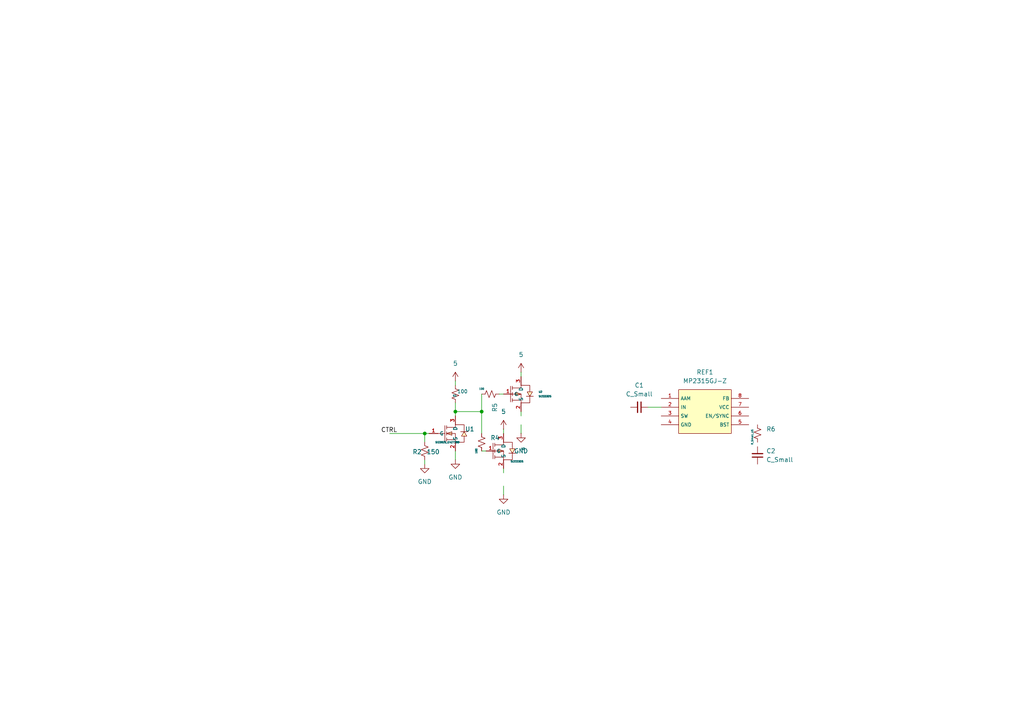
<source format=kicad_sch>
(kicad_sch
	(version 20250114)
	(generator "eeschema")
	(generator_version "9.0")
	(uuid "1d84d34e-45ac-4074-9bd0-716e4c51e29c")
	(paper "A4")
	(lib_symbols
		(symbol "Device:C_Small"
			(pin_numbers
				(hide yes)
			)
			(pin_names
				(offset 0.254)
				(hide yes)
			)
			(exclude_from_sim no)
			(in_bom yes)
			(on_board yes)
			(property "Reference" "C"
				(at 0.254 1.778 0)
				(effects
					(font
						(size 1.27 1.27)
					)
					(justify left)
				)
			)
			(property "Value" "C_Small"
				(at 0.254 -2.032 0)
				(effects
					(font
						(size 1.27 1.27)
					)
					(justify left)
				)
			)
			(property "Footprint" ""
				(at 0 0 0)
				(effects
					(font
						(size 1.27 1.27)
					)
					(hide yes)
				)
			)
			(property "Datasheet" "~"
				(at 0 0 0)
				(effects
					(font
						(size 1.27 1.27)
					)
					(hide yes)
				)
			)
			(property "Description" "Unpolarized capacitor, small symbol"
				(at 0 0 0)
				(effects
					(font
						(size 1.27 1.27)
					)
					(hide yes)
				)
			)
			(property "ki_keywords" "capacitor cap"
				(at 0 0 0)
				(effects
					(font
						(size 1.27 1.27)
					)
					(hide yes)
				)
			)
			(property "ki_fp_filters" "C_*"
				(at 0 0 0)
				(effects
					(font
						(size 1.27 1.27)
					)
					(hide yes)
				)
			)
			(symbol "C_Small_0_1"
				(polyline
					(pts
						(xy -1.524 0.508) (xy 1.524 0.508)
					)
					(stroke
						(width 0.3048)
						(type default)
					)
					(fill
						(type none)
					)
				)
				(polyline
					(pts
						(xy -1.524 -0.508) (xy 1.524 -0.508)
					)
					(stroke
						(width 0.3302)
						(type default)
					)
					(fill
						(type none)
					)
				)
			)
			(symbol "C_Small_1_1"
				(pin passive line
					(at 0 2.54 270)
					(length 2.032)
					(name "~"
						(effects
							(font
								(size 1.27 1.27)
							)
						)
					)
					(number "1"
						(effects
							(font
								(size 1.27 1.27)
							)
						)
					)
				)
				(pin passive line
					(at 0 -2.54 90)
					(length 2.032)
					(name "~"
						(effects
							(font
								(size 1.27 1.27)
							)
						)
					)
					(number "2"
						(effects
							(font
								(size 1.27 1.27)
							)
						)
					)
				)
			)
			(embedded_fonts no)
		)
		(symbol "Device:R_Small_US"
			(pin_numbers
				(hide yes)
			)
			(pin_names
				(offset 0.254)
				(hide yes)
			)
			(exclude_from_sim no)
			(in_bom yes)
			(on_board yes)
			(property "Reference" "R"
				(at 0.762 0.508 0)
				(effects
					(font
						(size 1.27 1.27)
					)
					(justify left)
				)
			)
			(property "Value" "R_Small_US"
				(at 0.762 -1.016 0)
				(effects
					(font
						(size 1.27 1.27)
					)
					(justify left)
				)
			)
			(property "Footprint" ""
				(at 0 0 0)
				(effects
					(font
						(size 1.27 1.27)
					)
					(hide yes)
				)
			)
			(property "Datasheet" "~"
				(at 0 0 0)
				(effects
					(font
						(size 1.27 1.27)
					)
					(hide yes)
				)
			)
			(property "Description" "Resistor, small US symbol"
				(at 0 0 0)
				(effects
					(font
						(size 1.27 1.27)
					)
					(hide yes)
				)
			)
			(property "ki_keywords" "r resistor"
				(at 0 0 0)
				(effects
					(font
						(size 1.27 1.27)
					)
					(hide yes)
				)
			)
			(property "ki_fp_filters" "R_*"
				(at 0 0 0)
				(effects
					(font
						(size 1.27 1.27)
					)
					(hide yes)
				)
			)
			(symbol "R_Small_US_1_1"
				(polyline
					(pts
						(xy 0 1.524) (xy 1.016 1.143) (xy 0 0.762) (xy -1.016 0.381) (xy 0 0)
					)
					(stroke
						(width 0)
						(type default)
					)
					(fill
						(type none)
					)
				)
				(polyline
					(pts
						(xy 0 0) (xy 1.016 -0.381) (xy 0 -0.762) (xy -1.016 -1.143) (xy 0 -1.524)
					)
					(stroke
						(width 0)
						(type default)
					)
					(fill
						(type none)
					)
				)
				(pin passive line
					(at 0 2.54 270)
					(length 1.016)
					(name "~"
						(effects
							(font
								(size 1.27 1.27)
							)
						)
					)
					(number "1"
						(effects
							(font
								(size 1.27 1.27)
							)
						)
					)
				)
				(pin passive line
					(at 0 -2.54 90)
					(length 1.016)
					(name "~"
						(effects
							(font
								(size 1.27 1.27)
							)
						)
					)
					(number "2"
						(effects
							(font
								(size 1.27 1.27)
							)
						)
					)
				)
			)
			(embedded_fonts no)
		)
		(symbol "MP2315GJ-Z:MP2315GJ-Z"
			(exclude_from_sim no)
			(in_bom yes)
			(on_board yes)
			(property "Reference" "REF"
				(at 0 1.27 0)
				(effects
					(font
						(size 1.27 1.27)
					)
				)
			)
			(property "Value" "MP2315GJ-Z"
				(at 0 -2.54 0)
				(effects
					(font
						(size 1.27 1.27)
					)
				)
			)
			(property "Footprint" "footprint:TSOT-23-8_L2.9-W1.6-P0.65-LS2.8-BR"
				(at 0 -10.16 0)
				(effects
					(font
						(size 1.27 1.27)
						(italic yes)
					)
					(hide yes)
				)
			)
			(property "Datasheet" "https://item.szlcsc.com/98259.html"
				(at -2.286 0.127 0)
				(effects
					(font
						(size 1.27 1.27)
					)
					(justify left)
					(hide yes)
				)
			)
			(property "Description" ""
				(at 0 0 0)
				(effects
					(font
						(size 1.27 1.27)
					)
					(hide yes)
				)
			)
			(property "LCSC" "C45889"
				(at 0 0 0)
				(effects
					(font
						(size 1.27 1.27)
					)
					(hide yes)
				)
			)
			(property "ki_keywords" "C45889"
				(at 0 0 0)
				(effects
					(font
						(size 1.27 1.27)
					)
					(hide yes)
				)
			)
			(symbol "MP2315GJ-Z_0_1"
				(rectangle
					(start -7.62 6.35)
					(end 7.62 -6.35)
					(stroke
						(width 0)
						(type default)
					)
					(fill
						(type background)
					)
				)
				(pin unspecified line
					(at -12.7 3.81 0)
					(length 5.08)
					(name "AAM"
						(effects
							(font
								(size 1 1)
							)
						)
					)
					(number "1"
						(effects
							(font
								(size 1 1)
							)
						)
					)
				)
				(pin unspecified line
					(at -12.7 1.27 0)
					(length 5.08)
					(name "IN"
						(effects
							(font
								(size 1 1)
							)
						)
					)
					(number "2"
						(effects
							(font
								(size 1 1)
							)
						)
					)
				)
				(pin unspecified line
					(at -12.7 -1.27 0)
					(length 5.08)
					(name "SW"
						(effects
							(font
								(size 1 1)
							)
						)
					)
					(number "3"
						(effects
							(font
								(size 1 1)
							)
						)
					)
				)
				(pin unspecified line
					(at -12.7 -3.81 0)
					(length 5.08)
					(name "GND"
						(effects
							(font
								(size 1 1)
							)
						)
					)
					(number "4"
						(effects
							(font
								(size 1 1)
							)
						)
					)
				)
				(pin unspecified line
					(at 12.7 3.81 180)
					(length 5.08)
					(name "FB"
						(effects
							(font
								(size 1 1)
							)
						)
					)
					(number "8"
						(effects
							(font
								(size 1 1)
							)
						)
					)
				)
				(pin unspecified line
					(at 12.7 1.27 180)
					(length 5.08)
					(name "VCC"
						(effects
							(font
								(size 1 1)
							)
						)
					)
					(number "7"
						(effects
							(font
								(size 1 1)
							)
						)
					)
				)
				(pin unspecified line
					(at 12.7 -1.27 180)
					(length 5.08)
					(name "EN/SYNC"
						(effects
							(font
								(size 1 1)
							)
						)
					)
					(number "6"
						(effects
							(font
								(size 1 1)
							)
						)
					)
				)
				(pin unspecified line
					(at 12.7 -3.81 180)
					(length 5.08)
					(name "BST"
						(effects
							(font
								(size 1 1)
							)
						)
					)
					(number "5"
						(effects
							(font
								(size 1 1)
							)
						)
					)
				)
			)
			(embedded_fonts no)
		)
		(symbol "SI2302S_C427388:SI2302S_C427388"
			(exclude_from_sim no)
			(in_bom yes)
			(on_board yes)
			(property "Reference" "U"
				(at 0 1.27 0)
				(effects
					(font
						(size 1.27 1.27)
					)
				)
			)
			(property "Value" "SI2302S_C427388"
				(at 0 -2.54 0)
				(effects
					(font
						(size 1.27 1.27)
					)
				)
			)
			(property "Footprint" "footprint:SOT-23-3_L2.9-W1.3-P1.90-LS2.4-BR"
				(at 0 -10.16 0)
				(effects
					(font
						(size 1.27 1.27)
						(italic yes)
					)
					(hide yes)
				)
			)
			(property "Datasheet" "https://www.diodes.com/assets/Package-Files/SOT23.pdf"
				(at -2.286 0.127 0)
				(effects
					(font
						(size 1.27 1.27)
					)
					(justify left)
					(hide yes)
				)
			)
			(property "Description" ""
				(at 0 0 0)
				(effects
					(font
						(size 1.27 1.27)
					)
					(hide yes)
				)
			)
			(property "LCSC" "C427388"
				(at 0 0 0)
				(effects
					(font
						(size 1.27 1.27)
					)
					(hide yes)
				)
			)
			(property "ki_keywords" "C427388"
				(at 0 0 0)
				(effects
					(font
						(size 1.27 1.27)
					)
					(hide yes)
				)
			)
			(symbol "SI2302S_C427388_0_1"
				(polyline
					(pts
						(xy -2.54 0) (xy -0.508 0)
					)
					(stroke
						(width 0)
						(type default)
					)
					(fill
						(type none)
					)
				)
				(polyline
					(pts
						(xy -0.508 2.286) (xy -0.508 -2.286)
					)
					(stroke
						(width 0)
						(type default)
					)
					(fill
						(type none)
					)
				)
				(polyline
					(pts
						(xy 0 2.286) (xy 0 1.27)
					)
					(stroke
						(width 0)
						(type default)
					)
					(fill
						(type none)
					)
				)
				(polyline
					(pts
						(xy 0 1.778) (xy 2.54 1.778) (xy 2.54 2.54) (xy 5.08 2.54) (xy 5.08 0.508)
					)
					(stroke
						(width 0)
						(type default)
					)
					(fill
						(type none)
					)
				)
				(polyline
					(pts
						(xy 0 0) (xy 1.524 -0.508) (xy 1.524 0.508) (xy 0 0)
					)
					(stroke
						(width 0)
						(type default)
					)
					(fill
						(type background)
					)
				)
				(polyline
					(pts
						(xy 0 0) (xy 2.54 0) (xy 2.54 -2.54) (xy 5.08 -2.54) (xy 5.08 -0.762)
					)
					(stroke
						(width 0)
						(type default)
					)
					(fill
						(type none)
					)
				)
				(polyline
					(pts
						(xy 0 -0.508) (xy 0 0.508)
					)
					(stroke
						(width 0)
						(type default)
					)
					(fill
						(type none)
					)
				)
				(polyline
					(pts
						(xy 0 -2.286) (xy 0 -1.27)
					)
					(stroke
						(width 0)
						(type default)
					)
					(fill
						(type none)
					)
				)
				(polyline
					(pts
						(xy 2.54 -1.778) (xy 0 -1.778)
					)
					(stroke
						(width 0)
						(type default)
					)
					(fill
						(type none)
					)
				)
				(polyline
					(pts
						(xy 5.08 0.508) (xy 4.318 -0.762) (xy 5.842 -0.762) (xy 5.08 0.508)
					)
					(stroke
						(width 0)
						(type default)
					)
					(fill
						(type background)
					)
				)
				(polyline
					(pts
						(xy 6.096 0.508) (xy 5.588 0.508) (xy 4.572 0.508) (xy 4.064 0.508)
					)
					(stroke
						(width 0)
						(type default)
					)
					(fill
						(type none)
					)
				)
				(pin unspecified line
					(at -5.08 0 0)
					(length 2.54)
					(name "G"
						(effects
							(font
								(size 1 1)
							)
						)
					)
					(number "1"
						(effects
							(font
								(size 1 1)
							)
						)
					)
				)
				(pin unspecified line
					(at 2.54 5.08 270)
					(length 2.54)
					(name "D"
						(effects
							(font
								(size 1 1)
							)
						)
					)
					(number "3"
						(effects
							(font
								(size 1 1)
							)
						)
					)
				)
				(pin unspecified line
					(at 2.54 -5.08 90)
					(length 2.54)
					(name "S"
						(effects
							(font
								(size 1 1)
							)
						)
					)
					(number "2"
						(effects
							(font
								(size 1 1)
							)
						)
					)
				)
			)
			(embedded_fonts no)
		)
		(symbol "SI2333DS:SI2333DS"
			(exclude_from_sim no)
			(in_bom yes)
			(on_board yes)
			(property "Reference" "U"
				(at 0 1.27 0)
				(effects
					(font
						(size 1.27 1.27)
					)
				)
			)
			(property "Value" "SI2333DS"
				(at 0 -2.54 0)
				(effects
					(font
						(size 1.27 1.27)
					)
				)
			)
			(property "Footprint" "footprint:SOT-23-3_L2.9-W1.6-P1.90-LS2.8-BR"
				(at 0 -10.16 0)
				(effects
					(font
						(size 1.27 1.27)
						(italic yes)
					)
					(hide yes)
				)
			)
			(property "Datasheet" "https://item.szlcsc.com/14454.html"
				(at -2.286 0.127 0)
				(effects
					(font
						(size 1.27 1.27)
					)
					(justify left)
					(hide yes)
				)
			)
			(property "Description" ""
				(at 0 0 0)
				(effects
					(font
						(size 1.27 1.27)
					)
					(hide yes)
				)
			)
			(property "LCSC" "C5122042"
				(at 0 0 0)
				(effects
					(font
						(size 1.27 1.27)
					)
					(hide yes)
				)
			)
			(property "ki_keywords" "C5122042"
				(at 0 0 0)
				(effects
					(font
						(size 1.27 1.27)
					)
					(hide yes)
				)
			)
			(symbol "SI2333DS_0_1"
				(polyline
					(pts
						(xy -3.048 2.286) (xy -3.048 -2.286)
					)
					(stroke
						(width 0)
						(type default)
					)
					(fill
						(type none)
					)
				)
				(polyline
					(pts
						(xy -2.54 2.286) (xy -2.54 1.27)
					)
					(stroke
						(width 0)
						(type default)
					)
					(fill
						(type none)
					)
				)
				(polyline
					(pts
						(xy -2.54 1.778) (xy 0 1.778) (xy 0 2.54) (xy 2.54 2.54) (xy 2.54 0.762)
					)
					(stroke
						(width 0)
						(type default)
					)
					(fill
						(type none)
					)
				)
				(polyline
					(pts
						(xy -2.54 0) (xy 0 0) (xy 0 -2.54) (xy 2.54 -2.54) (xy 2.54 -0.762)
					)
					(stroke
						(width 0)
						(type default)
					)
					(fill
						(type none)
					)
				)
				(polyline
					(pts
						(xy -2.54 -0.508) (xy -2.54 0.508)
					)
					(stroke
						(width 0)
						(type default)
					)
					(fill
						(type none)
					)
				)
				(polyline
					(pts
						(xy -2.54 -2.286) (xy -2.54 -1.27)
					)
					(stroke
						(width 0)
						(type default)
					)
					(fill
						(type none)
					)
				)
				(polyline
					(pts
						(xy 0 0) (xy -1.524 0.508) (xy -1.524 -0.508) (xy 0 0)
					)
					(stroke
						(width 0)
						(type default)
					)
					(fill
						(type background)
					)
				)
				(polyline
					(pts
						(xy 0 -1.778) (xy -2.54 -1.778)
					)
					(stroke
						(width 0)
						(type default)
					)
					(fill
						(type none)
					)
				)
				(polyline
					(pts
						(xy 1.524 -0.635) (xy 2.032 -0.635) (xy 3.048 -0.635) (xy 3.556 -0.635)
					)
					(stroke
						(width 0)
						(type default)
					)
					(fill
						(type none)
					)
				)
				(polyline
					(pts
						(xy 2.54 -0.635) (xy 3.302 0.635) (xy 1.778 0.635) (xy 2.54 -0.635)
					)
					(stroke
						(width 0)
						(type default)
					)
					(fill
						(type background)
					)
				)
				(pin unspecified line
					(at -5.08 0 0)
					(length 2.54)
					(name "G"
						(effects
							(font
								(size 1 1)
							)
						)
					)
					(number "1"
						(effects
							(font
								(size 1 1)
							)
						)
					)
				)
				(pin unspecified line
					(at 0 5.08 270)
					(length 2.54)
					(name "D"
						(effects
							(font
								(size 1 1)
							)
						)
					)
					(number "3"
						(effects
							(font
								(size 1 1)
							)
						)
					)
				)
				(pin unspecified line
					(at 0 -5.08 90)
					(length 2.54)
					(name "S"
						(effects
							(font
								(size 1 1)
							)
						)
					)
					(number "2"
						(effects
							(font
								(size 1 1)
							)
						)
					)
				)
			)
			(embedded_fonts no)
		)
		(symbol "power:GND"
			(power)
			(pin_numbers
				(hide yes)
			)
			(pin_names
				(offset 0)
				(hide yes)
			)
			(exclude_from_sim no)
			(in_bom yes)
			(on_board yes)
			(property "Reference" "#PWR"
				(at 0 -6.35 0)
				(effects
					(font
						(size 1.27 1.27)
					)
					(hide yes)
				)
			)
			(property "Value" "GND"
				(at 0 -3.81 0)
				(effects
					(font
						(size 1.27 1.27)
					)
				)
			)
			(property "Footprint" ""
				(at 0 0 0)
				(effects
					(font
						(size 1.27 1.27)
					)
					(hide yes)
				)
			)
			(property "Datasheet" ""
				(at 0 0 0)
				(effects
					(font
						(size 1.27 1.27)
					)
					(hide yes)
				)
			)
			(property "Description" "Power symbol creates a global label with name \"GND\" , ground"
				(at 0 0 0)
				(effects
					(font
						(size 1.27 1.27)
					)
					(hide yes)
				)
			)
			(property "ki_keywords" "global power"
				(at 0 0 0)
				(effects
					(font
						(size 1.27 1.27)
					)
					(hide yes)
				)
			)
			(symbol "GND_0_1"
				(polyline
					(pts
						(xy 0 0) (xy 0 -1.27) (xy 1.27 -1.27) (xy 0 -2.54) (xy -1.27 -1.27) (xy 0 -1.27)
					)
					(stroke
						(width 0)
						(type default)
					)
					(fill
						(type none)
					)
				)
			)
			(symbol "GND_1_1"
				(pin power_in line
					(at 0 0 270)
					(length 0)
					(name "~"
						(effects
							(font
								(size 1.27 1.27)
							)
						)
					)
					(number "1"
						(effects
							(font
								(size 1.27 1.27)
							)
						)
					)
				)
			)
			(embedded_fonts no)
		)
		(symbol "power:VDD"
			(power)
			(pin_numbers
				(hide yes)
			)
			(pin_names
				(offset 0)
				(hide yes)
			)
			(exclude_from_sim no)
			(in_bom yes)
			(on_board yes)
			(property "Reference" "#PWR"
				(at 0 -3.81 0)
				(effects
					(font
						(size 1.27 1.27)
					)
					(hide yes)
				)
			)
			(property "Value" "VDD"
				(at 0 3.556 0)
				(effects
					(font
						(size 1.27 1.27)
					)
				)
			)
			(property "Footprint" ""
				(at 0 0 0)
				(effects
					(font
						(size 1.27 1.27)
					)
					(hide yes)
				)
			)
			(property "Datasheet" ""
				(at 0 0 0)
				(effects
					(font
						(size 1.27 1.27)
					)
					(hide yes)
				)
			)
			(property "Description" "Power symbol creates a global label with name \"VDD\""
				(at 0 0 0)
				(effects
					(font
						(size 1.27 1.27)
					)
					(hide yes)
				)
			)
			(property "ki_keywords" "global power"
				(at 0 0 0)
				(effects
					(font
						(size 1.27 1.27)
					)
					(hide yes)
				)
			)
			(symbol "VDD_0_1"
				(polyline
					(pts
						(xy -0.762 1.27) (xy 0 2.54)
					)
					(stroke
						(width 0)
						(type default)
					)
					(fill
						(type none)
					)
				)
				(polyline
					(pts
						(xy 0 2.54) (xy 0.762 1.27)
					)
					(stroke
						(width 0)
						(type default)
					)
					(fill
						(type none)
					)
				)
				(polyline
					(pts
						(xy 0 0) (xy 0 2.54)
					)
					(stroke
						(width 0)
						(type default)
					)
					(fill
						(type none)
					)
				)
			)
			(symbol "VDD_1_1"
				(pin power_in line
					(at 0 0 90)
					(length 0)
					(name "~"
						(effects
							(font
								(size 1.27 1.27)
							)
						)
					)
					(number "1"
						(effects
							(font
								(size 1.27 1.27)
							)
						)
					)
				)
			)
			(embedded_fonts no)
		)
	)
	(junction
		(at 123.19 125.73)
		(diameter 0)
		(color 0 0 0 0)
		(uuid "1e0356e4-4cb6-4848-8118-710550f04c35")
	)
	(junction
		(at 139.7 119.38)
		(diameter 0)
		(color 0 0 0 0)
		(uuid "493c6c02-a193-469b-8351-ec5f52b1690b")
	)
	(junction
		(at 132.08 119.38)
		(diameter 0)
		(color 0 0 0 0)
		(uuid "d9fd3b1a-aacb-406a-8ad3-4b2bd464fe15")
	)
	(wire
		(pts
			(xy 132.08 110.49) (xy 132.08 111.76)
		)
		(stroke
			(width 0)
			(type default)
		)
		(uuid "01bebb20-06bb-48ca-b007-ba7a0f0b54eb")
	)
	(wire
		(pts
			(xy 132.08 130.81) (xy 132.08 133.35)
		)
		(stroke
			(width 0)
			(type default)
		)
		(uuid "07b39150-8ce2-4393-9e02-68ad12934b87")
	)
	(wire
		(pts
			(xy 146.05 135.89) (xy 146.05 137.16)
		)
		(stroke
			(width 0)
			(type default)
		)
		(uuid "0f060e13-a8dd-441d-b94b-f601d2e9da57")
	)
	(wire
		(pts
			(xy 123.19 133.35) (xy 123.19 134.62)
		)
		(stroke
			(width 0)
			(type default)
		)
		(uuid "125fcf25-adaf-43e6-bfcb-6d0bdc59fbf8")
	)
	(wire
		(pts
			(xy 139.7 114.3) (xy 139.7 119.38)
		)
		(stroke
			(width 0)
			(type default)
		)
		(uuid "33e688e4-ddec-4dff-a8b0-a3e420987e07")
	)
	(wire
		(pts
			(xy 139.7 130.81) (xy 140.97 130.81)
		)
		(stroke
			(width 0)
			(type default)
		)
		(uuid "5a6cfbd1-c914-4f0d-a7f2-591fbe5d44df")
	)
	(wire
		(pts
			(xy 123.19 125.73) (xy 124.46 125.73)
		)
		(stroke
			(width 0)
			(type default)
		)
		(uuid "621bec28-cb89-4633-a9b2-b53cca274d40")
	)
	(wire
		(pts
			(xy 123.19 125.73) (xy 123.19 128.27)
		)
		(stroke
			(width 0)
			(type default)
		)
		(uuid "751f8622-cbd5-47e7-802b-3a5fe13cdf50")
	)
	(wire
		(pts
			(xy 151.13 119.38) (xy 151.13 120.65)
		)
		(stroke
			(width 0)
			(type default)
		)
		(uuid "8067b417-5293-4b2f-ab2a-a40b95368bc7")
	)
	(wire
		(pts
			(xy 132.08 119.38) (xy 139.7 119.38)
		)
		(stroke
			(width 0)
			(type default)
		)
		(uuid "844d3bae-772c-4de0-9ed3-d463c82d629f")
	)
	(wire
		(pts
			(xy 139.7 119.38) (xy 139.7 125.73)
		)
		(stroke
			(width 0)
			(type default)
		)
		(uuid "878cfba1-914f-427d-b596-0c8cfe815b36")
	)
	(wire
		(pts
			(xy 113.03 125.73) (xy 123.19 125.73)
		)
		(stroke
			(width 0)
			(type default)
		)
		(uuid "9599933e-e90d-489c-bf61-9f8b1582ac53")
	)
	(wire
		(pts
			(xy 151.13 107.95) (xy 151.13 109.22)
		)
		(stroke
			(width 0)
			(type default)
		)
		(uuid "b4b461e3-36cb-491d-958b-b70d0283e421")
	)
	(wire
		(pts
			(xy 132.08 119.38) (xy 132.08 120.65)
		)
		(stroke
			(width 0)
			(type default)
		)
		(uuid "b56c426d-5753-4316-9d9f-730477b22cdc")
	)
	(wire
		(pts
			(xy 132.08 116.84) (xy 132.08 119.38)
		)
		(stroke
			(width 0)
			(type default)
		)
		(uuid "c2bd4043-4b2f-436f-aec2-1583983f5637")
	)
	(wire
		(pts
			(xy 151.13 123.19) (xy 151.13 125.73)
		)
		(stroke
			(width 0)
			(type default)
		)
		(uuid "dc29fec7-d064-4e36-97c4-6ef79f5788d7")
	)
	(wire
		(pts
			(xy 187.96 118.11) (xy 191.77 118.11)
		)
		(stroke
			(width 0)
			(type default)
		)
		(uuid "dd9724df-1287-4add-a59a-61a016ae2a0d")
	)
	(wire
		(pts
			(xy 146.05 140.97) (xy 146.05 143.51)
		)
		(stroke
			(width 0)
			(type default)
		)
		(uuid "e5c63d37-ae6b-4b9f-95d8-03f0f26b87e7")
	)
	(wire
		(pts
			(xy 146.05 124.46) (xy 146.05 125.73)
		)
		(stroke
			(width 0)
			(type default)
		)
		(uuid "f2eb7afb-6e91-482b-a30a-15ccfa68f1a3")
	)
	(wire
		(pts
			(xy 144.78 114.3) (xy 146.05 114.3)
		)
		(stroke
			(width 0)
			(type default)
		)
		(uuid "f7d58822-7fbd-4d9c-9006-5f3a9ca14208")
	)
	(label "CTRL"
		(at 110.49 125.73 0)
		(effects
			(font
				(size 1.27 1.27)
			)
			(justify left bottom)
		)
		(uuid "cfc1bae4-35f0-4db5-8aff-cf6ab97d3407")
	)
	(symbol
		(lib_id "Device:C_Small")
		(at 219.71 132.08 180)
		(unit 1)
		(exclude_from_sim no)
		(in_bom yes)
		(on_board yes)
		(dnp no)
		(fields_autoplaced yes)
		(uuid "05b0a826-2df6-463b-a034-c7b37647ddbf")
		(property "Reference" "C2"
			(at 222.25 130.8035 0)
			(effects
				(font
					(size 1.27 1.27)
				)
				(justify right)
			)
		)
		(property "Value" "C_Small"
			(at 222.25 133.3435 0)
			(effects
				(font
					(size 1.27 1.27)
				)
				(justify right)
			)
		)
		(property "Footprint" ""
			(at 219.71 132.08 0)
			(effects
				(font
					(size 1.27 1.27)
				)
				(hide yes)
			)
		)
		(property "Datasheet" "~"
			(at 219.71 132.08 0)
			(effects
				(font
					(size 1.27 1.27)
				)
				(hide yes)
			)
		)
		(property "Description" "Unpolarized capacitor, small symbol"
			(at 219.71 132.08 0)
			(effects
				(font
					(size 1.27 1.27)
				)
				(hide yes)
			)
		)
		(pin "1"
			(uuid "c5a96999-2737-42e1-a99e-a860da47a025")
		)
		(pin "2"
			(uuid "8aab8102-04d7-4ec5-83e0-ea8bc2b6e7fe")
		)
		(instances
			(project "design"
				(path "/1d84d34e-45ac-4074-9bd0-716e4c51e29c"
					(reference "C2")
					(unit 1)
				)
			)
		)
	)
	(symbol
		(lib_id "Device:R_Small_US")
		(at 132.08 114.3 180)
		(unit 1)
		(exclude_from_sim no)
		(in_bom yes)
		(on_board yes)
		(dnp no)
		(uuid "09dbf589-2237-4123-ba55-370d04ebaadc")
		(property "Reference" "R3"
			(at 131.318 114.808 0)
			(effects
				(font
					(size 0.508 0.508)
				)
				(justify right)
			)
		)
		(property "Value" "100"
			(at 132.588 113.538 0)
			(effects
				(font
					(size 1.016 1.016)
				)
				(justify right)
			)
		)
		(property "Footprint" ""
			(at 132.08 114.3 0)
			(effects
				(font
					(size 1.27 1.27)
				)
				(hide yes)
			)
		)
		(property "Datasheet" "~"
			(at 132.08 114.3 0)
			(effects
				(font
					(size 1.27 1.27)
				)
				(hide yes)
			)
		)
		(property "Description" "Resistor, small US symbol"
			(at 132.08 114.3 0)
			(effects
				(font
					(size 1.27 1.27)
				)
				(hide yes)
			)
		)
		(pin "1"
			(uuid "25c37a41-ec5e-41a9-8054-8356165a7fcb")
		)
		(pin "2"
			(uuid "e136fd7b-5e02-478e-8209-cee5d079f59c")
		)
		(instances
			(project "design"
				(path "/1d84d34e-45ac-4074-9bd0-716e4c51e29c"
					(reference "R3")
					(unit 1)
				)
			)
		)
	)
	(symbol
		(lib_id "power:VDD")
		(at 146.05 124.46 0)
		(unit 1)
		(exclude_from_sim no)
		(in_bom yes)
		(on_board yes)
		(dnp no)
		(fields_autoplaced yes)
		(uuid "17dfda93-a19f-4399-8e30-6a2073974180")
		(property "Reference" "#PWR04"
			(at 146.05 128.27 0)
			(effects
				(font
					(size 1.27 1.27)
				)
				(hide yes)
			)
		)
		(property "Value" "5"
			(at 146.05 119.38 0)
			(effects
				(font
					(size 1.27 1.27)
				)
			)
		)
		(property "Footprint" ""
			(at 146.05 124.46 0)
			(effects
				(font
					(size 1.27 1.27)
				)
				(hide yes)
			)
		)
		(property "Datasheet" ""
			(at 146.05 124.46 0)
			(effects
				(font
					(size 1.27 1.27)
				)
				(hide yes)
			)
		)
		(property "Description" "Power symbol creates a global label with name \"VDD\""
			(at 146.05 124.46 0)
			(effects
				(font
					(size 1.27 1.27)
				)
				(hide yes)
			)
		)
		(pin "1"
			(uuid "143f355d-e035-4afd-add8-d4aaad4cfaa7")
		)
		(instances
			(project ""
				(path "/1d84d34e-45ac-4074-9bd0-716e4c51e29c"
					(reference "#PWR04")
					(unit 1)
				)
			)
		)
	)
	(symbol
		(lib_id "power:GND")
		(at 151.13 125.73 0)
		(unit 1)
		(exclude_from_sim no)
		(in_bom yes)
		(on_board yes)
		(dnp no)
		(fields_autoplaced yes)
		(uuid "409b7fbe-6caa-45c0-b438-3e1557f39ec6")
		(property "Reference" "#PWR07"
			(at 151.13 132.08 0)
			(effects
				(font
					(size 1.27 1.27)
				)
				(hide yes)
			)
		)
		(property "Value" "GND"
			(at 151.13 130.81 0)
			(effects
				(font
					(size 1.27 1.27)
				)
			)
		)
		(property "Footprint" ""
			(at 151.13 125.73 0)
			(effects
				(font
					(size 1.27 1.27)
				)
				(hide yes)
			)
		)
		(property "Datasheet" ""
			(at 151.13 125.73 0)
			(effects
				(font
					(size 1.27 1.27)
				)
				(hide yes)
			)
		)
		(property "Description" "Power symbol creates a global label with name \"GND\" , ground"
			(at 151.13 125.73 0)
			(effects
				(font
					(size 1.27 1.27)
				)
				(hide yes)
			)
		)
		(pin "1"
			(uuid "125fc8e5-771d-49f7-a2c3-10080ae68203")
		)
		(instances
			(project "design"
				(path "/1d84d34e-45ac-4074-9bd0-716e4c51e29c"
					(reference "#PWR07")
					(unit 1)
				)
			)
		)
	)
	(symbol
		(lib_id "MP2315GJ-Z:MP2315GJ-Z")
		(at 204.47 119.38 0)
		(unit 1)
		(exclude_from_sim no)
		(in_bom yes)
		(on_board yes)
		(dnp no)
		(fields_autoplaced yes)
		(uuid "4dbeb2c0-97cd-4b29-a0c8-90bf2ff947c4")
		(property "Reference" "REF1"
			(at 204.47 107.95 0)
			(effects
				(font
					(size 1.27 1.27)
				)
			)
		)
		(property "Value" "MP2315GJ-Z"
			(at 204.47 110.49 0)
			(effects
				(font
					(size 1.27 1.27)
				)
			)
		)
		(property "Footprint" "footprint:TSOT-23-8_L2.9-W1.6-P0.65-LS2.8-BR"
			(at 204.47 129.54 0)
			(effects
				(font
					(size 1.27 1.27)
					(italic yes)
				)
				(hide yes)
			)
		)
		(property "Datasheet" "https://item.szlcsc.com/98259.html"
			(at 202.184 119.253 0)
			(effects
				(font
					(size 1.27 1.27)
				)
				(justify left)
				(hide yes)
			)
		)
		(property "Description" ""
			(at 204.47 119.38 0)
			(effects
				(font
					(size 1.27 1.27)
				)
				(hide yes)
			)
		)
		(property "LCSC" "C45889"
			(at 204.47 119.38 0)
			(effects
				(font
					(size 1.27 1.27)
				)
				(hide yes)
			)
		)
		(pin "2"
			(uuid "f9d2ff00-89ec-4b38-9b15-fedd3946976c")
		)
		(pin "3"
			(uuid "f45aeb60-6c13-4a3f-96c6-7854f185480c")
		)
		(pin "4"
			(uuid "ad568c40-a5f8-437a-9b3e-60999d2fa660")
		)
		(pin "1"
			(uuid "c052da54-8aa7-4a4e-b499-f2200121f800")
		)
		(pin "6"
			(uuid "0be03b70-aee6-44db-9ca0-bfbfe5e5049e")
		)
		(pin "8"
			(uuid "0936616a-b56a-4ba1-a667-8238c889b46a")
		)
		(pin "7"
			(uuid "55af123a-9ac0-4f1c-ae46-620e0437ab2e")
		)
		(pin "5"
			(uuid "2139b934-85d0-4eea-b6ea-25113895e14b")
		)
		(instances
			(project ""
				(path "/1d84d34e-45ac-4074-9bd0-716e4c51e29c"
					(reference "REF1")
					(unit 1)
				)
			)
		)
	)
	(symbol
		(lib_id "power:VDD")
		(at 151.13 107.95 0)
		(unit 1)
		(exclude_from_sim no)
		(in_bom yes)
		(on_board yes)
		(dnp no)
		(fields_autoplaced yes)
		(uuid "56586f53-6e9c-4e48-a16a-3b57fc2e41d3")
		(property "Reference" "#PWR05"
			(at 151.13 111.76 0)
			(effects
				(font
					(size 1.27 1.27)
				)
				(hide yes)
			)
		)
		(property "Value" "5"
			(at 151.13 102.87 0)
			(effects
				(font
					(size 1.27 1.27)
				)
			)
		)
		(property "Footprint" ""
			(at 151.13 107.95 0)
			(effects
				(font
					(size 1.27 1.27)
				)
				(hide yes)
			)
		)
		(property "Datasheet" ""
			(at 151.13 107.95 0)
			(effects
				(font
					(size 1.27 1.27)
				)
				(hide yes)
			)
		)
		(property "Description" "Power symbol creates a global label with name \"VDD\""
			(at 151.13 107.95 0)
			(effects
				(font
					(size 1.27 1.27)
				)
				(hide yes)
			)
		)
		(pin "1"
			(uuid "39acd431-0c36-4aa9-bc8b-594f73e34a1d")
		)
		(instances
			(project "design"
				(path "/1d84d34e-45ac-4074-9bd0-716e4c51e29c"
					(reference "#PWR05")
					(unit 1)
				)
			)
		)
	)
	(symbol
		(lib_id "Device:C_Small")
		(at 185.42 118.11 270)
		(unit 1)
		(exclude_from_sim no)
		(in_bom yes)
		(on_board yes)
		(dnp no)
		(fields_autoplaced yes)
		(uuid "5b02947c-d8eb-4622-b781-8550191e17dd")
		(property "Reference" "C1"
			(at 185.4136 111.76 90)
			(effects
				(font
					(size 1.27 1.27)
				)
			)
		)
		(property "Value" "C_Small"
			(at 185.4136 114.3 90)
			(effects
				(font
					(size 1.27 1.27)
				)
			)
		)
		(property "Footprint" ""
			(at 185.42 118.11 0)
			(effects
				(font
					(size 1.27 1.27)
				)
				(hide yes)
			)
		)
		(property "Datasheet" "~"
			(at 185.42 118.11 0)
			(effects
				(font
					(size 1.27 1.27)
				)
				(hide yes)
			)
		)
		(property "Description" "Unpolarized capacitor, small symbol"
			(at 185.42 118.11 0)
			(effects
				(font
					(size 1.27 1.27)
				)
				(hide yes)
			)
		)
		(pin "1"
			(uuid "7b51b460-4ec6-4f27-aec5-3bc596891876")
		)
		(pin "2"
			(uuid "5c8d5ca0-c915-4611-82c5-f8e681961f37")
		)
		(instances
			(project ""
				(path "/1d84d34e-45ac-4074-9bd0-716e4c51e29c"
					(reference "C1")
					(unit 1)
				)
			)
		)
	)
	(symbol
		(lib_id "Device:R_Small_US")
		(at 219.71 125.73 180)
		(unit 1)
		(exclude_from_sim no)
		(in_bom yes)
		(on_board yes)
		(dnp no)
		(uuid "74ba8c04-3816-4c1d-9c27-c916104913d4")
		(property "Reference" "R6"
			(at 222.25 124.4599 0)
			(effects
				(font
					(size 1.27 1.27)
				)
				(justify right)
			)
		)
		(property "Value" "R_Small_US"
			(at 218.186 129.032 90)
			(effects
				(font
					(size 0.508 0.508)
				)
				(justify right)
			)
		)
		(property "Footprint" ""
			(at 219.71 125.73 0)
			(effects
				(font
					(size 1.27 1.27)
				)
				(hide yes)
			)
		)
		(property "Datasheet" "~"
			(at 219.71 125.73 0)
			(effects
				(font
					(size 1.27 1.27)
				)
				(hide yes)
			)
		)
		(property "Description" "Resistor, small US symbol"
			(at 219.71 125.73 0)
			(effects
				(font
					(size 1.27 1.27)
				)
				(hide yes)
			)
		)
		(pin "1"
			(uuid "a7d8230f-2098-44c4-8225-ec885aacd4ef")
		)
		(pin "2"
			(uuid "b050cdc6-d151-444f-862a-8165e8f754e1")
		)
		(instances
			(project "design"
				(path "/1d84d34e-45ac-4074-9bd0-716e4c51e29c"
					(reference "R6")
					(unit 1)
				)
			)
		)
	)
	(symbol
		(lib_id "Device:R_Small_US")
		(at 142.24 114.3 90)
		(unit 1)
		(exclude_from_sim no)
		(in_bom yes)
		(on_board yes)
		(dnp no)
		(uuid "911c8c14-6fc9-4c2b-b902-02532f95258e")
		(property "Reference" "R5"
			(at 143.5101 116.84 0)
			(effects
				(font
					(size 1.27 1.27)
				)
				(justify right)
			)
		)
		(property "Value" "100"
			(at 138.938 112.776 90)
			(effects
				(font
					(size 0.508 0.508)
				)
				(justify right)
			)
		)
		(property "Footprint" ""
			(at 142.24 114.3 0)
			(effects
				(font
					(size 1.27 1.27)
				)
				(hide yes)
			)
		)
		(property "Datasheet" "~"
			(at 142.24 114.3 0)
			(effects
				(font
					(size 1.27 1.27)
				)
				(hide yes)
			)
		)
		(property "Description" "Resistor, small US symbol"
			(at 142.24 114.3 0)
			(effects
				(font
					(size 1.27 1.27)
				)
				(hide yes)
			)
		)
		(pin "1"
			(uuid "302aa76e-af8c-4cf0-93c8-a8a1e839ba29")
		)
		(pin "2"
			(uuid "b53352f0-a89b-46c4-8a28-b456a45d39ff")
		)
		(instances
			(project "design"
				(path "/1d84d34e-45ac-4074-9bd0-716e4c51e29c"
					(reference "R5")
					(unit 1)
				)
			)
		)
	)
	(symbol
		(lib_id "power:VDD")
		(at 132.08 110.49 0)
		(unit 1)
		(exclude_from_sim no)
		(in_bom yes)
		(on_board yes)
		(dnp no)
		(fields_autoplaced yes)
		(uuid "a6e72870-617b-44d2-9ecd-8d9070f4ab89")
		(property "Reference" "#PWR06"
			(at 132.08 114.3 0)
			(effects
				(font
					(size 1.27 1.27)
				)
				(hide yes)
			)
		)
		(property "Value" "5"
			(at 132.08 105.41 0)
			(effects
				(font
					(size 1.27 1.27)
				)
			)
		)
		(property "Footprint" ""
			(at 132.08 110.49 0)
			(effects
				(font
					(size 1.27 1.27)
				)
				(hide yes)
			)
		)
		(property "Datasheet" ""
			(at 132.08 110.49 0)
			(effects
				(font
					(size 1.27 1.27)
				)
				(hide yes)
			)
		)
		(property "Description" "Power symbol creates a global label with name \"VDD\""
			(at 132.08 110.49 0)
			(effects
				(font
					(size 1.27 1.27)
				)
				(hide yes)
			)
		)
		(pin "1"
			(uuid "e9173231-a1fc-4ba8-8318-7015ee56947c")
		)
		(instances
			(project "design"
				(path "/1d84d34e-45ac-4074-9bd0-716e4c51e29c"
					(reference "#PWR06")
					(unit 1)
				)
			)
		)
	)
	(symbol
		(lib_id "SI2333DS:SI2333DS")
		(at 146.05 130.81 0)
		(unit 1)
		(exclude_from_sim no)
		(in_bom yes)
		(on_board yes)
		(dnp no)
		(uuid "af2c6175-e078-4d6a-ba07-bb3f5d9492b6")
		(property "Reference" "U3"
			(at 151.13 130.175 0)
			(effects
				(font
					(size 0.508 0.508)
				)
				(justify left)
			)
		)
		(property "Value" "SI2333DS"
			(at 148.082 133.858 0)
			(effects
				(font
					(size 0.508 0.508)
				)
				(justify left)
			)
		)
		(property "Footprint" "footprint:SOT-23-3_L2.9-W1.6-P1.90-LS2.8-BR"
			(at 146.05 140.97 0)
			(effects
				(font
					(size 1.27 1.27)
					(italic yes)
				)
				(hide yes)
			)
		)
		(property "Datasheet" "https://item.szlcsc.com/14454.html"
			(at 143.764 130.683 0)
			(effects
				(font
					(size 1.27 1.27)
				)
				(justify left)
				(hide yes)
			)
		)
		(property "Description" ""
			(at 146.05 130.81 0)
			(effects
				(font
					(size 1.27 1.27)
				)
				(hide yes)
			)
		)
		(property "LCSC" "C5122042"
			(at 146.05 130.81 0)
			(effects
				(font
					(size 1.27 1.27)
				)
				(hide yes)
			)
		)
		(pin "1"
			(uuid "e8481c5e-c1c5-4222-86e9-5288c9d822a5")
		)
		(pin "2"
			(uuid "3702b4f2-833c-4d40-a573-4244d88bb8d8")
		)
		(pin "3"
			(uuid "4639cba8-86af-4c37-8a1d-5d453b6e581a")
		)
		(instances
			(project "design"
				(path "/1d84d34e-45ac-4074-9bd0-716e4c51e29c"
					(reference "U3")
					(unit 1)
				)
			)
		)
	)
	(symbol
		(lib_id "SI2302S_C427388:SI2302S_C427388")
		(at 129.54 125.73 0)
		(unit 1)
		(exclude_from_sim no)
		(in_bom yes)
		(on_board yes)
		(dnp no)
		(uuid "afcf13c6-e654-4222-908a-8adec46c0c84")
		(property "Reference" "U1"
			(at 134.874 124.46 0)
			(effects
				(font
					(size 1.27 1.27)
				)
				(justify left)
			)
		)
		(property "Value" "SI2302S_C427388"
			(at 126.238 128.27 0)
			(effects
				(font
					(size 0.508 0.508)
				)
				(justify left)
			)
		)
		(property "Footprint" "footprint:SOT-23-3_L2.9-W1.3-P1.90-LS2.4-BR"
			(at 129.54 135.89 0)
			(effects
				(font
					(size 1.27 1.27)
					(italic yes)
				)
				(hide yes)
			)
		)
		(property "Datasheet" "https://www.diodes.com/assets/Package-Files/SOT23.pdf"
			(at 127.254 125.603 0)
			(effects
				(font
					(size 1.27 1.27)
				)
				(justify left)
				(hide yes)
			)
		)
		(property "Description" ""
			(at 129.54 125.73 0)
			(effects
				(font
					(size 1.27 1.27)
				)
				(hide yes)
			)
		)
		(property "LCSC" "C427388"
			(at 129.54 125.73 0)
			(effects
				(font
					(size 1.27 1.27)
				)
				(hide yes)
			)
		)
		(pin "2"
			(uuid "218524d8-79db-481c-b6d0-0c31980dd96a")
		)
		(pin "1"
			(uuid "214189e1-9319-4b32-818d-1ad60aac927a")
		)
		(pin "3"
			(uuid "b1d2b70b-4e24-43e5-bc3a-b89f32164fab")
		)
		(instances
			(project ""
				(path "/1d84d34e-45ac-4074-9bd0-716e4c51e29c"
					(reference "U1")
					(unit 1)
				)
			)
		)
	)
	(symbol
		(lib_id "power:GND")
		(at 123.19 134.62 0)
		(unit 1)
		(exclude_from_sim no)
		(in_bom yes)
		(on_board yes)
		(dnp no)
		(fields_autoplaced yes)
		(uuid "c4de87d3-6e2f-41d7-aabc-63e6fb0bd9d6")
		(property "Reference" "#PWR01"
			(at 123.19 140.97 0)
			(effects
				(font
					(size 1.27 1.27)
				)
				(hide yes)
			)
		)
		(property "Value" "GND"
			(at 123.19 139.7 0)
			(effects
				(font
					(size 1.27 1.27)
				)
			)
		)
		(property "Footprint" ""
			(at 123.19 134.62 0)
			(effects
				(font
					(size 1.27 1.27)
				)
				(hide yes)
			)
		)
		(property "Datasheet" ""
			(at 123.19 134.62 0)
			(effects
				(font
					(size 1.27 1.27)
				)
				(hide yes)
			)
		)
		(property "Description" "Power symbol creates a global label with name \"GND\" , ground"
			(at 123.19 134.62 0)
			(effects
				(font
					(size 1.27 1.27)
				)
				(hide yes)
			)
		)
		(pin "1"
			(uuid "f09428aa-19d1-454a-8288-4c96ba86fc8f")
		)
		(instances
			(project ""
				(path "/1d84d34e-45ac-4074-9bd0-716e4c51e29c"
					(reference "#PWR01")
					(unit 1)
				)
			)
		)
	)
	(symbol
		(lib_id "Device:R_Small_US")
		(at 123.19 130.81 180)
		(unit 1)
		(exclude_from_sim no)
		(in_bom yes)
		(on_board yes)
		(dnp no)
		(uuid "d42df9b6-6e3b-4675-9263-26cae0da0288")
		(property "Reference" "R2"
			(at 119.634 131.064 0)
			(effects
				(font
					(size 1.27 1.27)
				)
				(justify right)
			)
		)
		(property "Value" "150"
			(at 123.698 131.064 0)
			(effects
				(font
					(size 1.27 1.27)
				)
				(justify right)
			)
		)
		(property "Footprint" ""
			(at 123.19 130.81 0)
			(effects
				(font
					(size 1.27 1.27)
				)
				(hide yes)
			)
		)
		(property "Datasheet" "~"
			(at 123.19 130.81 0)
			(effects
				(font
					(size 1.27 1.27)
				)
				(hide yes)
			)
		)
		(property "Description" "Resistor, small US symbol"
			(at 123.19 130.81 0)
			(effects
				(font
					(size 1.27 1.27)
				)
				(hide yes)
			)
		)
		(pin "1"
			(uuid "56ec73ef-eaa5-436a-a506-4e97258df5bd")
		)
		(pin "2"
			(uuid "fc7ffed0-bc1e-48dc-b1fe-38a2dd46b407")
		)
		(instances
			(project "design"
				(path "/1d84d34e-45ac-4074-9bd0-716e4c51e29c"
					(reference "R2")
					(unit 1)
				)
			)
		)
	)
	(symbol
		(lib_id "power:GND")
		(at 132.08 133.35 0)
		(unit 1)
		(exclude_from_sim no)
		(in_bom yes)
		(on_board yes)
		(dnp no)
		(fields_autoplaced yes)
		(uuid "d47d6ddb-32b6-4092-8f7b-21cf7bb2baec")
		(property "Reference" "#PWR02"
			(at 132.08 139.7 0)
			(effects
				(font
					(size 1.27 1.27)
				)
				(hide yes)
			)
		)
		(property "Value" "GND"
			(at 132.08 138.43 0)
			(effects
				(font
					(size 1.27 1.27)
				)
			)
		)
		(property "Footprint" ""
			(at 132.08 133.35 0)
			(effects
				(font
					(size 1.27 1.27)
				)
				(hide yes)
			)
		)
		(property "Datasheet" ""
			(at 132.08 133.35 0)
			(effects
				(font
					(size 1.27 1.27)
				)
				(hide yes)
			)
		)
		(property "Description" "Power symbol creates a global label with name \"GND\" , ground"
			(at 132.08 133.35 0)
			(effects
				(font
					(size 1.27 1.27)
				)
				(hide yes)
			)
		)
		(pin "1"
			(uuid "f93947d7-3147-4a77-8e65-76e0002a9349")
		)
		(instances
			(project "design"
				(path "/1d84d34e-45ac-4074-9bd0-716e4c51e29c"
					(reference "#PWR02")
					(unit 1)
				)
			)
		)
	)
	(symbol
		(lib_id "power:GND")
		(at 146.05 143.51 0)
		(unit 1)
		(exclude_from_sim no)
		(in_bom yes)
		(on_board yes)
		(dnp no)
		(fields_autoplaced yes)
		(uuid "d704a226-5609-4af1-8439-547a850466d6")
		(property "Reference" "#PWR03"
			(at 146.05 149.86 0)
			(effects
				(font
					(size 1.27 1.27)
				)
				(hide yes)
			)
		)
		(property "Value" "GND"
			(at 146.05 148.59 0)
			(effects
				(font
					(size 1.27 1.27)
				)
			)
		)
		(property "Footprint" ""
			(at 146.05 143.51 0)
			(effects
				(font
					(size 1.27 1.27)
				)
				(hide yes)
			)
		)
		(property "Datasheet" ""
			(at 146.05 143.51 0)
			(effects
				(font
					(size 1.27 1.27)
				)
				(hide yes)
			)
		)
		(property "Description" "Power symbol creates a global label with name \"GND\" , ground"
			(at 146.05 143.51 0)
			(effects
				(font
					(size 1.27 1.27)
				)
				(hide yes)
			)
		)
		(pin "1"
			(uuid "f2b908a0-f773-4192-868e-3e50388cc151")
		)
		(instances
			(project "design"
				(path "/1d84d34e-45ac-4074-9bd0-716e4c51e29c"
					(reference "#PWR03")
					(unit 1)
				)
			)
		)
	)
	(symbol
		(lib_id "Device:R_Small_US")
		(at 139.7 128.27 180)
		(unit 1)
		(exclude_from_sim no)
		(in_bom yes)
		(on_board yes)
		(dnp no)
		(uuid "e964a1a5-0d2c-4535-bba3-1904ab372409")
		(property "Reference" "R4"
			(at 142.24 126.9999 0)
			(effects
				(font
					(size 1.27 1.27)
				)
				(justify right)
			)
		)
		(property "Value" "100"
			(at 138.176 131.572 90)
			(effects
				(font
					(size 0.508 0.508)
				)
				(justify right)
			)
		)
		(property "Footprint" ""
			(at 139.7 128.27 0)
			(effects
				(font
					(size 1.27 1.27)
				)
				(hide yes)
			)
		)
		(property "Datasheet" "~"
			(at 139.7 128.27 0)
			(effects
				(font
					(size 1.27 1.27)
				)
				(hide yes)
			)
		)
		(property "Description" "Resistor, small US symbol"
			(at 139.7 128.27 0)
			(effects
				(font
					(size 1.27 1.27)
				)
				(hide yes)
			)
		)
		(pin "1"
			(uuid "a0933183-2613-4998-8f48-ddefe1b75fc4")
		)
		(pin "2"
			(uuid "07ece569-2096-4d4e-ad84-d53c57fbff08")
		)
		(instances
			(project "design"
				(path "/1d84d34e-45ac-4074-9bd0-716e4c51e29c"
					(reference "R4")
					(unit 1)
				)
			)
		)
	)
	(symbol
		(lib_id "SI2333DS:SI2333DS")
		(at 151.13 114.3 0)
		(unit 1)
		(exclude_from_sim no)
		(in_bom yes)
		(on_board yes)
		(dnp no)
		(fields_autoplaced yes)
		(uuid "f2197590-97de-4b0a-bd57-f7507b9ceba4")
		(property "Reference" "U2"
			(at 156.21 113.665 0)
			(effects
				(font
					(size 0.508 0.508)
				)
				(justify left)
			)
		)
		(property "Value" "SI2333DS"
			(at 156.21 114.935 0)
			(effects
				(font
					(size 0.508 0.508)
				)
				(justify left)
			)
		)
		(property "Footprint" "footprint:SOT-23-3_L2.9-W1.6-P1.90-LS2.8-BR"
			(at 151.13 124.46 0)
			(effects
				(font
					(size 1.27 1.27)
					(italic yes)
				)
				(hide yes)
			)
		)
		(property "Datasheet" "https://item.szlcsc.com/14454.html"
			(at 148.844 114.173 0)
			(effects
				(font
					(size 1.27 1.27)
				)
				(justify left)
				(hide yes)
			)
		)
		(property "Description" ""
			(at 151.13 114.3 0)
			(effects
				(font
					(size 1.27 1.27)
				)
				(hide yes)
			)
		)
		(property "LCSC" "C5122042"
			(at 151.13 114.3 0)
			(effects
				(font
					(size 1.27 1.27)
				)
				(hide yes)
			)
		)
		(pin "1"
			(uuid "3818b5fe-9ba7-472b-9958-e48544b0541f")
		)
		(pin "2"
			(uuid "5cd0e40a-92ae-41b1-8388-e9388195aad1")
		)
		(pin "3"
			(uuid "a4630d9b-ac4c-4b95-9c73-84d6f07db9db")
		)
		(instances
			(project ""
				(path "/1d84d34e-45ac-4074-9bd0-716e4c51e29c"
					(reference "U2")
					(unit 1)
				)
			)
		)
	)
	(sheet_instances
		(path "/"
			(page "1")
		)
	)
	(embedded_fonts no)
)

</source>
